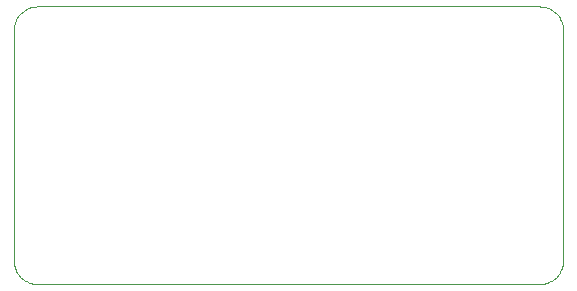
<source format=gtp>
G75*
%MOIN*%
%OFA0B0*%
%FSLAX24Y24*%
%IPPOS*%
%LPD*%
%AMOC8*
5,1,8,0,0,1.08239X$1,22.5*
%
%ADD10C,0.0000*%
%ADD11C,0.0004*%
%ADD12C,0.0000*%
D10*
X000102Y000888D02*
X000102Y008565D01*
X000889Y009352D02*
X017622Y009352D01*
X018409Y008565D02*
X018409Y000888D01*
D11*
X018409Y008565D02*
X018407Y008619D01*
X018402Y008672D01*
X018393Y008725D01*
X018380Y008777D01*
X018364Y008829D01*
X018344Y008879D01*
X018321Y008927D01*
X018294Y008974D01*
X018265Y009019D01*
X018232Y009062D01*
X018197Y009102D01*
X018159Y009140D01*
X018119Y009175D01*
X018076Y009208D01*
X018031Y009237D01*
X017984Y009264D01*
X017936Y009287D01*
X017886Y009307D01*
X017834Y009323D01*
X017782Y009336D01*
X017729Y009345D01*
X017676Y009350D01*
X017622Y009352D01*
X000889Y009352D02*
X000835Y009350D01*
X000782Y009345D01*
X000729Y009336D01*
X000677Y009323D01*
X000625Y009307D01*
X000575Y009287D01*
X000527Y009264D01*
X000480Y009237D01*
X000435Y009208D01*
X000392Y009175D01*
X000352Y009140D01*
X000314Y009102D01*
X000279Y009062D01*
X000246Y009019D01*
X000217Y008974D01*
X000190Y008927D01*
X000167Y008879D01*
X000147Y008829D01*
X000131Y008777D01*
X000118Y008725D01*
X000109Y008672D01*
X000104Y008619D01*
X000102Y008565D01*
D12*
X000889Y000100D02*
X017622Y000100D01*
X017622Y000101D02*
X017676Y000103D01*
X017729Y000108D01*
X017782Y000117D01*
X017834Y000130D01*
X017886Y000146D01*
X017936Y000166D01*
X017984Y000189D01*
X018031Y000216D01*
X018076Y000245D01*
X018119Y000278D01*
X018159Y000313D01*
X018197Y000351D01*
X018232Y000391D01*
X018265Y000434D01*
X018294Y000479D01*
X018321Y000526D01*
X018344Y000574D01*
X018364Y000624D01*
X018380Y000676D01*
X018393Y000728D01*
X018402Y000781D01*
X018407Y000834D01*
X018409Y000888D01*
X000889Y000101D02*
X000835Y000103D01*
X000782Y000108D01*
X000729Y000117D01*
X000677Y000130D01*
X000625Y000146D01*
X000575Y000166D01*
X000527Y000189D01*
X000480Y000216D01*
X000435Y000245D01*
X000392Y000278D01*
X000352Y000313D01*
X000314Y000351D01*
X000279Y000391D01*
X000246Y000434D01*
X000217Y000479D01*
X000190Y000526D01*
X000167Y000574D01*
X000147Y000624D01*
X000131Y000676D01*
X000118Y000728D01*
X000109Y000781D01*
X000104Y000834D01*
X000102Y000888D01*
M02*

</source>
